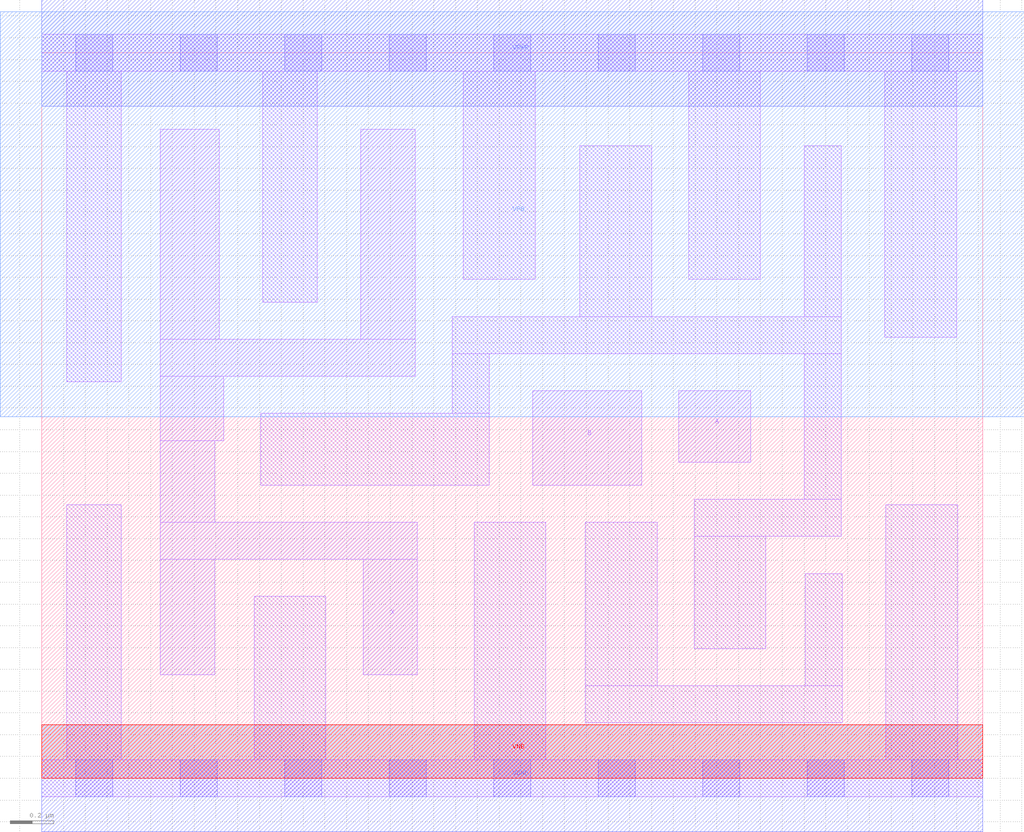
<source format=lef>
# Copyright 2020 The SkyWater PDK Authors
#
# Licensed under the Apache License, Version 2.0 (the "License");
# you may not use this file except in compliance with the License.
# You may obtain a copy of the License at
#
#     https://www.apache.org/licenses/LICENSE-2.0
#
# Unless required by applicable law or agreed to in writing, software
# distributed under the License is distributed on an "AS IS" BASIS,
# WITHOUT WARRANTIES OR CONDITIONS OF ANY KIND, either express or implied.
# See the License for the specific language governing permissions and
# limitations under the License.
#
# SPDX-License-Identifier: Apache-2.0

VERSION 5.7 ;
  NOWIREEXTENSIONATPIN ON ;
  DIVIDERCHAR "/" ;
  BUSBITCHARS "[]" ;
MACRO sky130_fd_sc_ls__and2_4
  CLASS CORE ;
  FOREIGN sky130_fd_sc_ls__and2_4 ;
  ORIGIN  0.000000  0.000000 ;
  SIZE  4.320000 BY  3.330000 ;
  SYMMETRY X Y ;
  SITE unit ;
  PIN A
    ANTENNAGATEAREA  0.444000 ;
    DIRECTION INPUT ;
    USE SIGNAL ;
    PORT
      LAYER li1 ;
        RECT 2.925000 1.450000 3.255000 1.780000 ;
    END
  END A
  PIN B
    ANTENNAGATEAREA  0.444000 ;
    DIRECTION INPUT ;
    USE SIGNAL ;
    PORT
      LAYER li1 ;
        RECT 2.255000 1.345000 2.755000 1.780000 ;
    END
  END B
  PIN VNB
    PORT
      LAYER pwell ;
        RECT 0.000000 0.000000 4.320000 0.245000 ;
    END
  END VNB
  PIN VPB
    PORT
      LAYER nwell ;
        RECT -0.190000 1.660000 4.510000 3.520000 ;
    END
  END VPB
  PIN X
    ANTENNADIFFAREA  1.219800 ;
    DIRECTION OUTPUT ;
    USE SIGNAL ;
    PORT
      LAYER li1 ;
        RECT 0.545000 0.475000 0.795000 1.005000 ;
        RECT 0.545000 1.005000 1.725000 1.175000 ;
        RECT 0.545000 1.175000 0.795000 1.550000 ;
        RECT 0.545000 1.550000 0.835000 1.845000 ;
        RECT 0.545000 1.845000 1.715000 2.015000 ;
        RECT 0.545000 2.015000 0.815000 2.980000 ;
        RECT 1.465000 2.015000 1.715000 2.980000 ;
        RECT 1.475000 0.475000 1.725000 1.005000 ;
    END
  END X
  PIN VGND
    DIRECTION INOUT ;
    SHAPE ABUTMENT ;
    USE GROUND ;
    PORT
      LAYER met1 ;
        RECT 0.000000 -0.245000 4.320000 0.245000 ;
    END
  END VGND
  PIN VPWR
    DIRECTION INOUT ;
    SHAPE ABUTMENT ;
    USE POWER ;
    PORT
      LAYER met1 ;
        RECT 0.000000 3.085000 4.320000 3.575000 ;
    END
  END VPWR
  OBS
    LAYER li1 ;
      RECT 0.000000 -0.085000 4.320000 0.085000 ;
      RECT 0.000000  3.245000 4.320000 3.415000 ;
      RECT 0.115000  0.085000 0.365000 1.255000 ;
      RECT 0.115000  1.820000 0.365000 3.245000 ;
      RECT 0.975000  0.085000 1.305000 0.835000 ;
      RECT 1.005000  1.345000 2.055000 1.675000 ;
      RECT 1.015000  2.185000 1.265000 3.245000 ;
      RECT 1.885000  1.675000 2.055000 1.950000 ;
      RECT 1.885000  1.950000 3.670000 2.120000 ;
      RECT 1.935000  2.290000 2.265000 3.245000 ;
      RECT 1.985000  0.085000 2.315000 1.175000 ;
      RECT 2.470000  2.120000 2.800000 2.905000 ;
      RECT 2.495000  0.255000 3.675000 0.425000 ;
      RECT 2.495000  0.425000 2.825000 1.175000 ;
      RECT 2.970000  2.290000 3.300000 3.245000 ;
      RECT 2.995000  0.595000 3.325000 1.110000 ;
      RECT 2.995000  1.110000 3.670000 1.280000 ;
      RECT 3.500000  1.280000 3.670000 1.950000 ;
      RECT 3.500000  2.120000 3.670000 2.905000 ;
      RECT 3.505000  0.425000 3.675000 0.940000 ;
      RECT 3.870000  2.025000 4.200000 3.245000 ;
      RECT 3.875000  0.085000 4.205000 1.255000 ;
    LAYER mcon ;
      RECT 0.155000 -0.085000 0.325000 0.085000 ;
      RECT 0.155000  3.245000 0.325000 3.415000 ;
      RECT 0.635000 -0.085000 0.805000 0.085000 ;
      RECT 0.635000  3.245000 0.805000 3.415000 ;
      RECT 1.115000 -0.085000 1.285000 0.085000 ;
      RECT 1.115000  3.245000 1.285000 3.415000 ;
      RECT 1.595000 -0.085000 1.765000 0.085000 ;
      RECT 1.595000  3.245000 1.765000 3.415000 ;
      RECT 2.075000 -0.085000 2.245000 0.085000 ;
      RECT 2.075000  3.245000 2.245000 3.415000 ;
      RECT 2.555000 -0.085000 2.725000 0.085000 ;
      RECT 2.555000  3.245000 2.725000 3.415000 ;
      RECT 3.035000 -0.085000 3.205000 0.085000 ;
      RECT 3.035000  3.245000 3.205000 3.415000 ;
      RECT 3.515000 -0.085000 3.685000 0.085000 ;
      RECT 3.515000  3.245000 3.685000 3.415000 ;
      RECT 3.995000 -0.085000 4.165000 0.085000 ;
      RECT 3.995000  3.245000 4.165000 3.415000 ;
  END
END sky130_fd_sc_ls__and2_4
END LIBRARY

</source>
